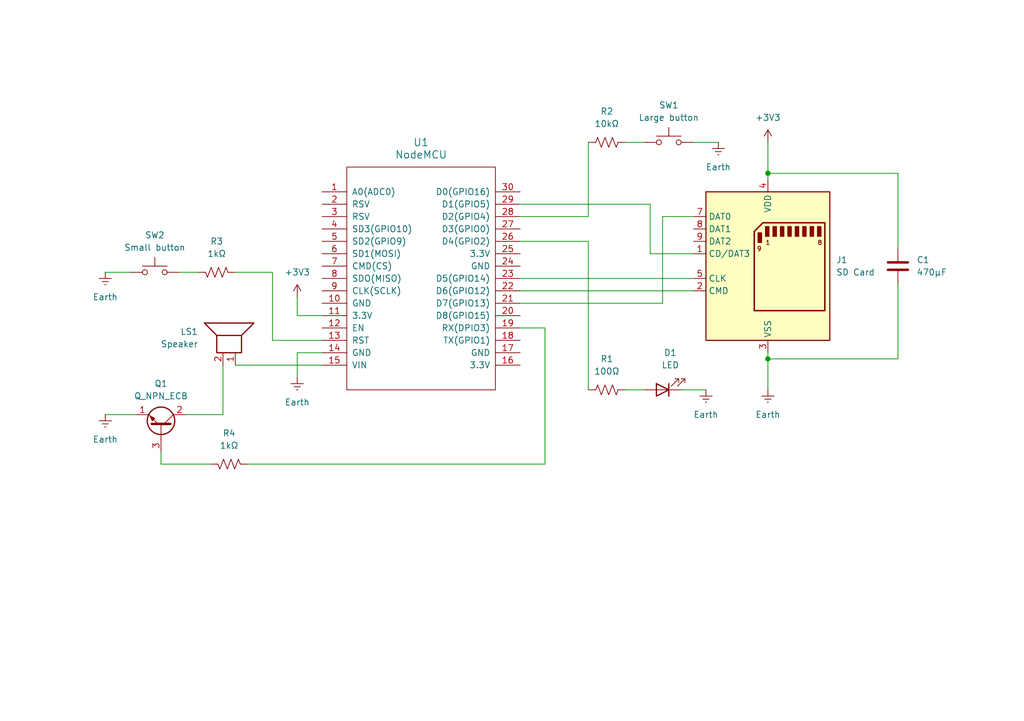
<source format=kicad_sch>
(kicad_sch
	(version 20250114)
	(generator "eeschema")
	(generator_version "9.0")
	(uuid "7e7fa581-eb0a-4d2d-b055-8269c70f661d")
	(paper "A5")
	(title_block
		(title "ATIS")
		(date "2025-02-23")
		(company "Sergey Ichtchenko")
		(comment 1 "Licensed under GPLv3")
	)
	(lib_symbols
		(symbol "Connector:SD_Card_Device"
			(exclude_from_sim no)
			(in_bom yes)
			(on_board yes)
			(property "Reference" "J"
				(at -11.938 17.018 0)
				(effects
					(font
						(size 1.27 1.27)
					)
				)
			)
			(property "Value" "SD_Card_Device"
				(at 9.144 -17.272 0)
				(effects
					(font
						(size 1.27 1.27)
					)
				)
			)
			(property "Footprint" ""
				(at 0 0 0)
				(effects
					(font
						(size 1.27 1.27)
					)
					(hide yes)
				)
			)
			(property "Datasheet" "http://www.convict.lu/pdf/ProdManualSDCardv1.9.pdf"
				(at 0 0 0)
				(effects
					(font
						(size 1.27 1.27)
					)
					(hide yes)
				)
			)
			(property "Description" "SD card device/card"
				(at 0 0 0)
				(effects
					(font
						(size 1.27 1.27)
					)
					(hide yes)
				)
			)
			(property "ki_keywords" "connector SD"
				(at 0 0 0)
				(effects
					(font
						(size 1.27 1.27)
					)
					(hide yes)
				)
			)
			(property "ki_fp_filters" "SD*Device*"
				(at 0 0 0)
				(effects
					(font
						(size 1.27 1.27)
					)
					(hide yes)
				)
			)
			(symbol "SD_Card_Device_0_1"
				(rectangle
					(start -2.032 6.858)
					(end -1.27 4.826)
					(stroke
						(width 0)
						(type default)
					)
					(fill
						(type outline)
					)
				)
				(rectangle
					(start -0.508 8.128)
					(end 0.254 6.096)
					(stroke
						(width 0)
						(type default)
					)
					(fill
						(type outline)
					)
				)
				(rectangle
					(start 1.016 8.128)
					(end 1.778 6.096)
					(stroke
						(width 0)
						(type default)
					)
					(fill
						(type outline)
					)
				)
				(rectangle
					(start 2.54 8.128)
					(end 3.302 6.096)
					(stroke
						(width 0)
						(type default)
					)
					(fill
						(type outline)
					)
				)
				(rectangle
					(start 4.064 8.128)
					(end 4.826 6.096)
					(stroke
						(width 0)
						(type default)
					)
					(fill
						(type outline)
					)
				)
				(rectangle
					(start 5.588 8.128)
					(end 6.35 6.096)
					(stroke
						(width 0)
						(type default)
					)
					(fill
						(type outline)
					)
				)
				(rectangle
					(start 7.112 8.128)
					(end 7.874 6.096)
					(stroke
						(width 0)
						(type default)
					)
					(fill
						(type outline)
					)
				)
				(rectangle
					(start 8.636 8.128)
					(end 9.398 6.096)
					(stroke
						(width 0)
						(type default)
					)
					(fill
						(type outline)
					)
				)
				(rectangle
					(start 10.16 8.128)
					(end 10.922 6.096)
					(stroke
						(width 0)
						(type default)
					)
					(fill
						(type outline)
					)
				)
			)
			(symbol "SD_Card_Device_1_1"
				(rectangle
					(start -12.7 15.24)
					(end 12.7 -15.24)
					(stroke
						(width 0.254)
						(type default)
					)
					(fill
						(type background)
					)
				)
				(polyline
					(pts
						(xy -1.016 8.89) (xy 11.684 8.89) (xy 11.684 -9.144) (xy -2.794 -9.144) (xy -2.794 7.112) (xy -1.016 8.89)
					)
					(stroke
						(width 0.3)
						(type default)
					)
					(fill
						(type none)
					)
				)
				(text "9"
					(at -1.778 3.556 0)
					(effects
						(font
							(size 0.9 0.9)
						)
					)
				)
				(text "1"
					(at 0 4.826 0)
					(effects
						(font
							(size 0.9 0.9)
						)
					)
				)
				(text "8"
					(at 10.668 4.826 0)
					(effects
						(font
							(size 0.9 0.9)
						)
					)
				)
				(pin bidirectional line
					(at -15.24 10.16 0)
					(length 2.54)
					(name "DAT0"
						(effects
							(font
								(size 1.27 1.27)
							)
						)
					)
					(number "7"
						(effects
							(font
								(size 1.27 1.27)
							)
						)
					)
				)
				(pin bidirectional line
					(at -15.24 7.62 0)
					(length 2.54)
					(name "DAT1"
						(effects
							(font
								(size 1.27 1.27)
							)
						)
					)
					(number "8"
						(effects
							(font
								(size 1.27 1.27)
							)
						)
					)
				)
				(pin bidirectional line
					(at -15.24 5.08 0)
					(length 2.54)
					(name "DAT2"
						(effects
							(font
								(size 1.27 1.27)
							)
						)
					)
					(number "9"
						(effects
							(font
								(size 1.27 1.27)
							)
						)
					)
				)
				(pin bidirectional line
					(at -15.24 2.54 0)
					(length 2.54)
					(name "CD/DAT3"
						(effects
							(font
								(size 1.27 1.27)
							)
						)
					)
					(number "1"
						(effects
							(font
								(size 1.27 1.27)
							)
						)
					)
				)
				(pin input line
					(at -15.24 -2.54 0)
					(length 2.54)
					(name "CLK"
						(effects
							(font
								(size 1.27 1.27)
							)
						)
					)
					(number "5"
						(effects
							(font
								(size 1.27 1.27)
							)
						)
					)
				)
				(pin bidirectional line
					(at -15.24 -5.08 0)
					(length 2.54)
					(name "CMD"
						(effects
							(font
								(size 1.27 1.27)
							)
						)
					)
					(number "2"
						(effects
							(font
								(size 1.27 1.27)
							)
						)
					)
				)
				(pin power_in line
					(at 0 17.78 270)
					(length 2.54)
					(name "VDD"
						(effects
							(font
								(size 1.27 1.27)
							)
						)
					)
					(number "4"
						(effects
							(font
								(size 1.27 1.27)
							)
						)
					)
				)
				(pin power_in line
					(at 0 -17.78 90)
					(length 2.54)
					(name "VSS"
						(effects
							(font
								(size 1.27 1.27)
							)
						)
					)
					(number "3"
						(effects
							(font
								(size 1.27 1.27)
							)
						)
					)
				)
				(pin passive line
					(at 0 -17.78 90)
					(length 2.54)
					(hide yes)
					(name "VSS"
						(effects
							(font
								(size 1.27 1.27)
							)
						)
					)
					(number "6"
						(effects
							(font
								(size 1.27 1.27)
							)
						)
					)
				)
			)
			(embedded_fonts no)
		)
		(symbol "Device:C"
			(pin_numbers
				(hide yes)
			)
			(pin_names
				(offset 0.254)
			)
			(exclude_from_sim no)
			(in_bom yes)
			(on_board yes)
			(property "Reference" "C"
				(at 0.635 2.54 0)
				(effects
					(font
						(size 1.27 1.27)
					)
					(justify left)
				)
			)
			(property "Value" "C"
				(at 0.635 -2.54 0)
				(effects
					(font
						(size 1.27 1.27)
					)
					(justify left)
				)
			)
			(property "Footprint" ""
				(at 0.9652 -3.81 0)
				(effects
					(font
						(size 1.27 1.27)
					)
					(hide yes)
				)
			)
			(property "Datasheet" "~"
				(at 0 0 0)
				(effects
					(font
						(size 1.27 1.27)
					)
					(hide yes)
				)
			)
			(property "Description" "Unpolarized capacitor"
				(at 0 0 0)
				(effects
					(font
						(size 1.27 1.27)
					)
					(hide yes)
				)
			)
			(property "ki_keywords" "cap capacitor"
				(at 0 0 0)
				(effects
					(font
						(size 1.27 1.27)
					)
					(hide yes)
				)
			)
			(property "ki_fp_filters" "C_*"
				(at 0 0 0)
				(effects
					(font
						(size 1.27 1.27)
					)
					(hide yes)
				)
			)
			(symbol "C_0_1"
				(polyline
					(pts
						(xy -2.032 0.762) (xy 2.032 0.762)
					)
					(stroke
						(width 0.508)
						(type default)
					)
					(fill
						(type none)
					)
				)
				(polyline
					(pts
						(xy -2.032 -0.762) (xy 2.032 -0.762)
					)
					(stroke
						(width 0.508)
						(type default)
					)
					(fill
						(type none)
					)
				)
			)
			(symbol "C_1_1"
				(pin passive line
					(at 0 3.81 270)
					(length 2.794)
					(name "~"
						(effects
							(font
								(size 1.27 1.27)
							)
						)
					)
					(number "1"
						(effects
							(font
								(size 1.27 1.27)
							)
						)
					)
				)
				(pin passive line
					(at 0 -3.81 90)
					(length 2.794)
					(name "~"
						(effects
							(font
								(size 1.27 1.27)
							)
						)
					)
					(number "2"
						(effects
							(font
								(size 1.27 1.27)
							)
						)
					)
				)
			)
			(embedded_fonts no)
		)
		(symbol "Device:LED"
			(pin_numbers
				(hide yes)
			)
			(pin_names
				(offset 1.016)
				(hide yes)
			)
			(exclude_from_sim no)
			(in_bom yes)
			(on_board yes)
			(property "Reference" "D"
				(at 0 2.54 0)
				(effects
					(font
						(size 1.27 1.27)
					)
				)
			)
			(property "Value" "LED"
				(at 0 -2.54 0)
				(effects
					(font
						(size 1.27 1.27)
					)
				)
			)
			(property "Footprint" ""
				(at 0 0 0)
				(effects
					(font
						(size 1.27 1.27)
					)
					(hide yes)
				)
			)
			(property "Datasheet" "~"
				(at 0 0 0)
				(effects
					(font
						(size 1.27 1.27)
					)
					(hide yes)
				)
			)
			(property "Description" "Light emitting diode"
				(at 0 0 0)
				(effects
					(font
						(size 1.27 1.27)
					)
					(hide yes)
				)
			)
			(property "Sim.Pins" "1=K 2=A"
				(at 0 0 0)
				(effects
					(font
						(size 1.27 1.27)
					)
					(hide yes)
				)
			)
			(property "ki_keywords" "LED diode"
				(at 0 0 0)
				(effects
					(font
						(size 1.27 1.27)
					)
					(hide yes)
				)
			)
			(property "ki_fp_filters" "LED* LED_SMD:* LED_THT:*"
				(at 0 0 0)
				(effects
					(font
						(size 1.27 1.27)
					)
					(hide yes)
				)
			)
			(symbol "LED_0_1"
				(polyline
					(pts
						(xy -3.048 -0.762) (xy -4.572 -2.286) (xy -3.81 -2.286) (xy -4.572 -2.286) (xy -4.572 -1.524)
					)
					(stroke
						(width 0)
						(type default)
					)
					(fill
						(type none)
					)
				)
				(polyline
					(pts
						(xy -1.778 -0.762) (xy -3.302 -2.286) (xy -2.54 -2.286) (xy -3.302 -2.286) (xy -3.302 -1.524)
					)
					(stroke
						(width 0)
						(type default)
					)
					(fill
						(type none)
					)
				)
				(polyline
					(pts
						(xy -1.27 0) (xy 1.27 0)
					)
					(stroke
						(width 0)
						(type default)
					)
					(fill
						(type none)
					)
				)
				(polyline
					(pts
						(xy -1.27 -1.27) (xy -1.27 1.27)
					)
					(stroke
						(width 0.254)
						(type default)
					)
					(fill
						(type none)
					)
				)
				(polyline
					(pts
						(xy 1.27 -1.27) (xy 1.27 1.27) (xy -1.27 0) (xy 1.27 -1.27)
					)
					(stroke
						(width 0.254)
						(type default)
					)
					(fill
						(type none)
					)
				)
			)
			(symbol "LED_1_1"
				(pin passive line
					(at -3.81 0 0)
					(length 2.54)
					(name "K"
						(effects
							(font
								(size 1.27 1.27)
							)
						)
					)
					(number "1"
						(effects
							(font
								(size 1.27 1.27)
							)
						)
					)
				)
				(pin passive line
					(at 3.81 0 180)
					(length 2.54)
					(name "A"
						(effects
							(font
								(size 1.27 1.27)
							)
						)
					)
					(number "2"
						(effects
							(font
								(size 1.27 1.27)
							)
						)
					)
				)
			)
			(embedded_fonts no)
		)
		(symbol "Device:R_US"
			(pin_numbers
				(hide yes)
			)
			(pin_names
				(offset 0)
			)
			(exclude_from_sim no)
			(in_bom yes)
			(on_board yes)
			(property "Reference" "R"
				(at 2.54 0 90)
				(effects
					(font
						(size 1.27 1.27)
					)
				)
			)
			(property "Value" "R_US"
				(at -2.54 0 90)
				(effects
					(font
						(size 1.27 1.27)
					)
				)
			)
			(property "Footprint" ""
				(at 1.016 -0.254 90)
				(effects
					(font
						(size 1.27 1.27)
					)
					(hide yes)
				)
			)
			(property "Datasheet" "~"
				(at 0 0 0)
				(effects
					(font
						(size 1.27 1.27)
					)
					(hide yes)
				)
			)
			(property "Description" "Resistor, US symbol"
				(at 0 0 0)
				(effects
					(font
						(size 1.27 1.27)
					)
					(hide yes)
				)
			)
			(property "ki_keywords" "R res resistor"
				(at 0 0 0)
				(effects
					(font
						(size 1.27 1.27)
					)
					(hide yes)
				)
			)
			(property "ki_fp_filters" "R_*"
				(at 0 0 0)
				(effects
					(font
						(size 1.27 1.27)
					)
					(hide yes)
				)
			)
			(symbol "R_US_0_1"
				(polyline
					(pts
						(xy 0 2.286) (xy 0 2.54)
					)
					(stroke
						(width 0)
						(type default)
					)
					(fill
						(type none)
					)
				)
				(polyline
					(pts
						(xy 0 2.286) (xy 1.016 1.905) (xy 0 1.524) (xy -1.016 1.143) (xy 0 0.762)
					)
					(stroke
						(width 0)
						(type default)
					)
					(fill
						(type none)
					)
				)
				(polyline
					(pts
						(xy 0 0.762) (xy 1.016 0.381) (xy 0 0) (xy -1.016 -0.381) (xy 0 -0.762)
					)
					(stroke
						(width 0)
						(type default)
					)
					(fill
						(type none)
					)
				)
				(polyline
					(pts
						(xy 0 -0.762) (xy 1.016 -1.143) (xy 0 -1.524) (xy -1.016 -1.905) (xy 0 -2.286)
					)
					(stroke
						(width 0)
						(type default)
					)
					(fill
						(type none)
					)
				)
				(polyline
					(pts
						(xy 0 -2.286) (xy 0 -2.54)
					)
					(stroke
						(width 0)
						(type default)
					)
					(fill
						(type none)
					)
				)
			)
			(symbol "R_US_1_1"
				(pin passive line
					(at 0 3.81 270)
					(length 1.27)
					(name "~"
						(effects
							(font
								(size 1.27 1.27)
							)
						)
					)
					(number "1"
						(effects
							(font
								(size 1.27 1.27)
							)
						)
					)
				)
				(pin passive line
					(at 0 -3.81 90)
					(length 1.27)
					(name "~"
						(effects
							(font
								(size 1.27 1.27)
							)
						)
					)
					(number "2"
						(effects
							(font
								(size 1.27 1.27)
							)
						)
					)
				)
			)
			(embedded_fonts no)
		)
		(symbol "Device:Speaker"
			(pin_names
				(offset 0)
				(hide yes)
			)
			(exclude_from_sim no)
			(in_bom yes)
			(on_board yes)
			(property "Reference" "LS"
				(at 1.27 5.715 0)
				(effects
					(font
						(size 1.27 1.27)
					)
					(justify right)
				)
			)
			(property "Value" "Speaker"
				(at 1.27 3.81 0)
				(effects
					(font
						(size 1.27 1.27)
					)
					(justify right)
				)
			)
			(property "Footprint" ""
				(at 0 -5.08 0)
				(effects
					(font
						(size 1.27 1.27)
					)
					(hide yes)
				)
			)
			(property "Datasheet" "~"
				(at -0.254 -1.27 0)
				(effects
					(font
						(size 1.27 1.27)
					)
					(hide yes)
				)
			)
			(property "Description" "Speaker"
				(at 0 0 0)
				(effects
					(font
						(size 1.27 1.27)
					)
					(hide yes)
				)
			)
			(property "ki_keywords" "speaker sound"
				(at 0 0 0)
				(effects
					(font
						(size 1.27 1.27)
					)
					(hide yes)
				)
			)
			(symbol "Speaker_0_0"
				(rectangle
					(start -2.54 1.27)
					(end 1.016 -3.81)
					(stroke
						(width 0.254)
						(type default)
					)
					(fill
						(type none)
					)
				)
				(polyline
					(pts
						(xy 1.016 1.27) (xy 3.556 3.81) (xy 3.556 -6.35) (xy 1.016 -3.81)
					)
					(stroke
						(width 0.254)
						(type default)
					)
					(fill
						(type none)
					)
				)
			)
			(symbol "Speaker_1_1"
				(pin input line
					(at -5.08 0 0)
					(length 2.54)
					(name "1"
						(effects
							(font
								(size 1.27 1.27)
							)
						)
					)
					(number "1"
						(effects
							(font
								(size 1.27 1.27)
							)
						)
					)
				)
				(pin input line
					(at -5.08 -2.54 0)
					(length 2.54)
					(name "2"
						(effects
							(font
								(size 1.27 1.27)
							)
						)
					)
					(number "2"
						(effects
							(font
								(size 1.27 1.27)
							)
						)
					)
				)
			)
			(embedded_fonts no)
		)
		(symbol "ESP8266:NodeMCU1.0(ESP-12E)"
			(pin_names
				(offset 1.016)
			)
			(exclude_from_sim no)
			(in_bom yes)
			(on_board yes)
			(property "Reference" "U"
				(at 0 21.59 0)
				(effects
					(font
						(size 1.524 1.524)
					)
				)
			)
			(property "Value" "NodeMCU1.0(ESP-12E)"
				(at 0 -21.59 0)
				(effects
					(font
						(size 1.524 1.524)
					)
				)
			)
			(property "Footprint" ""
				(at -15.24 -21.59 0)
				(effects
					(font
						(size 1.524 1.524)
					)
				)
			)
			(property "Datasheet" ""
				(at -15.24 -21.59 0)
				(effects
					(font
						(size 1.524 1.524)
					)
				)
			)
			(property "Description" ""
				(at 0 0 0)
				(effects
					(font
						(size 1.27 1.27)
					)
					(hide yes)
				)
			)
			(symbol "NodeMCU1.0(ESP-12E)_0_1"
				(rectangle
					(start -15.24 -22.86)
					(end 15.24 22.86)
					(stroke
						(width 0)
						(type solid)
					)
					(fill
						(type none)
					)
				)
			)
			(symbol "NodeMCU1.0(ESP-12E)_1_1"
				(pin input line
					(at -20.32 17.78 0)
					(length 5.08)
					(name "A0(ADC0)"
						(effects
							(font
								(size 1.27 1.27)
							)
						)
					)
					(number "1"
						(effects
							(font
								(size 1.27 1.27)
							)
						)
					)
				)
				(pin input line
					(at -20.32 15.24 0)
					(length 5.08)
					(name "RSV"
						(effects
							(font
								(size 1.27 1.27)
							)
						)
					)
					(number "2"
						(effects
							(font
								(size 1.27 1.27)
							)
						)
					)
				)
				(pin input line
					(at -20.32 12.7 0)
					(length 5.08)
					(name "RSV"
						(effects
							(font
								(size 1.27 1.27)
							)
						)
					)
					(number "3"
						(effects
							(font
								(size 1.27 1.27)
							)
						)
					)
				)
				(pin input line
					(at -20.32 10.16 0)
					(length 5.08)
					(name "SD3(GPIO10)"
						(effects
							(font
								(size 1.27 1.27)
							)
						)
					)
					(number "4"
						(effects
							(font
								(size 1.27 1.27)
							)
						)
					)
				)
				(pin input line
					(at -20.32 7.62 0)
					(length 5.08)
					(name "SD2(GPIO9)"
						(effects
							(font
								(size 1.27 1.27)
							)
						)
					)
					(number "5"
						(effects
							(font
								(size 1.27 1.27)
							)
						)
					)
				)
				(pin input line
					(at -20.32 5.08 0)
					(length 5.08)
					(name "SD1(MOSI)"
						(effects
							(font
								(size 1.27 1.27)
							)
						)
					)
					(number "6"
						(effects
							(font
								(size 1.27 1.27)
							)
						)
					)
				)
				(pin input line
					(at -20.32 2.54 0)
					(length 5.08)
					(name "CMD(CS)"
						(effects
							(font
								(size 1.27 1.27)
							)
						)
					)
					(number "7"
						(effects
							(font
								(size 1.27 1.27)
							)
						)
					)
				)
				(pin input line
					(at -20.32 0 0)
					(length 5.08)
					(name "SDO(MISO)"
						(effects
							(font
								(size 1.27 1.27)
							)
						)
					)
					(number "8"
						(effects
							(font
								(size 1.27 1.27)
							)
						)
					)
				)
				(pin input line
					(at -20.32 -2.54 0)
					(length 5.08)
					(name "CLK(SCLK)"
						(effects
							(font
								(size 1.27 1.27)
							)
						)
					)
					(number "9"
						(effects
							(font
								(size 1.27 1.27)
							)
						)
					)
				)
				(pin input line
					(at -20.32 -5.08 0)
					(length 5.08)
					(name "GND"
						(effects
							(font
								(size 1.27 1.27)
							)
						)
					)
					(number "10"
						(effects
							(font
								(size 1.27 1.27)
							)
						)
					)
				)
				(pin input line
					(at -20.32 -7.62 0)
					(length 5.08)
					(name "3.3V"
						(effects
							(font
								(size 1.27 1.27)
							)
						)
					)
					(number "11"
						(effects
							(font
								(size 1.27 1.27)
							)
						)
					)
				)
				(pin input line
					(at -20.32 -10.16 0)
					(length 5.08)
					(name "EN"
						(effects
							(font
								(size 1.27 1.27)
							)
						)
					)
					(number "12"
						(effects
							(font
								(size 1.27 1.27)
							)
						)
					)
				)
				(pin input line
					(at -20.32 -12.7 0)
					(length 5.08)
					(name "RST"
						(effects
							(font
								(size 1.27 1.27)
							)
						)
					)
					(number "13"
						(effects
							(font
								(size 1.27 1.27)
							)
						)
					)
				)
				(pin input line
					(at -20.32 -15.24 0)
					(length 5.08)
					(name "GND"
						(effects
							(font
								(size 1.27 1.27)
							)
						)
					)
					(number "14"
						(effects
							(font
								(size 1.27 1.27)
							)
						)
					)
				)
				(pin input line
					(at -20.32 -17.78 0)
					(length 5.08)
					(name "VIN"
						(effects
							(font
								(size 1.27 1.27)
							)
						)
					)
					(number "15"
						(effects
							(font
								(size 1.27 1.27)
							)
						)
					)
				)
				(pin input line
					(at 20.32 17.78 180)
					(length 5.08)
					(name "D0(GPIO16)"
						(effects
							(font
								(size 1.27 1.27)
							)
						)
					)
					(number "30"
						(effects
							(font
								(size 1.27 1.27)
							)
						)
					)
				)
				(pin input line
					(at 20.32 15.24 180)
					(length 5.08)
					(name "D1(GPIO5)"
						(effects
							(font
								(size 1.27 1.27)
							)
						)
					)
					(number "29"
						(effects
							(font
								(size 1.27 1.27)
							)
						)
					)
				)
				(pin input line
					(at 20.32 12.7 180)
					(length 5.08)
					(name "D2(GPIO4)"
						(effects
							(font
								(size 1.27 1.27)
							)
						)
					)
					(number "28"
						(effects
							(font
								(size 1.27 1.27)
							)
						)
					)
				)
				(pin input line
					(at 20.32 10.16 180)
					(length 5.08)
					(name "D3(GPIO0)"
						(effects
							(font
								(size 1.27 1.27)
							)
						)
					)
					(number "27"
						(effects
							(font
								(size 1.27 1.27)
							)
						)
					)
				)
				(pin input line
					(at 20.32 7.62 180)
					(length 5.08)
					(name "D4(GPIO2)"
						(effects
							(font
								(size 1.27 1.27)
							)
						)
					)
					(number "26"
						(effects
							(font
								(size 1.27 1.27)
							)
						)
					)
				)
				(pin input line
					(at 20.32 5.08 180)
					(length 5.08)
					(name "3.3V"
						(effects
							(font
								(size 1.27 1.27)
							)
						)
					)
					(number "25"
						(effects
							(font
								(size 1.27 1.27)
							)
						)
					)
				)
				(pin input line
					(at 20.32 2.54 180)
					(length 5.08)
					(name "GND"
						(effects
							(font
								(size 1.27 1.27)
							)
						)
					)
					(number "24"
						(effects
							(font
								(size 1.27 1.27)
							)
						)
					)
				)
				(pin input line
					(at 20.32 0 180)
					(length 5.08)
					(name "D5(GPIO14)"
						(effects
							(font
								(size 1.27 1.27)
							)
						)
					)
					(number "23"
						(effects
							(font
								(size 1.27 1.27)
							)
						)
					)
				)
				(pin input line
					(at 20.32 -2.54 180)
					(length 5.08)
					(name "D6(GPIO12)"
						(effects
							(font
								(size 1.27 1.27)
							)
						)
					)
					(number "22"
						(effects
							(font
								(size 1.27 1.27)
							)
						)
					)
				)
				(pin input line
					(at 20.32 -5.08 180)
					(length 5.08)
					(name "D7(GPIO13)"
						(effects
							(font
								(size 1.27 1.27)
							)
						)
					)
					(number "21"
						(effects
							(font
								(size 1.27 1.27)
							)
						)
					)
				)
				(pin input line
					(at 20.32 -7.62 180)
					(length 5.08)
					(name "D8(GPIO15)"
						(effects
							(font
								(size 1.27 1.27)
							)
						)
					)
					(number "20"
						(effects
							(font
								(size 1.27 1.27)
							)
						)
					)
				)
				(pin input line
					(at 20.32 -10.16 180)
					(length 5.08)
					(name "RX(DPIO3)"
						(effects
							(font
								(size 1.27 1.27)
							)
						)
					)
					(number "19"
						(effects
							(font
								(size 1.27 1.27)
							)
						)
					)
				)
				(pin input line
					(at 20.32 -12.7 180)
					(length 5.08)
					(name "TX(GPIO1)"
						(effects
							(font
								(size 1.27 1.27)
							)
						)
					)
					(number "18"
						(effects
							(font
								(size 1.27 1.27)
							)
						)
					)
				)
				(pin input line
					(at 20.32 -15.24 180)
					(length 5.08)
					(name "GND"
						(effects
							(font
								(size 1.27 1.27)
							)
						)
					)
					(number "17"
						(effects
							(font
								(size 1.27 1.27)
							)
						)
					)
				)
				(pin input line
					(at 20.32 -17.78 180)
					(length 5.08)
					(name "3.3V"
						(effects
							(font
								(size 1.27 1.27)
							)
						)
					)
					(number "16"
						(effects
							(font
								(size 1.27 1.27)
							)
						)
					)
				)
			)
			(embedded_fonts no)
		)
		(symbol "Switch:SW_Push"
			(pin_numbers
				(hide yes)
			)
			(pin_names
				(offset 1.016)
				(hide yes)
			)
			(exclude_from_sim no)
			(in_bom yes)
			(on_board yes)
			(property "Reference" "SW"
				(at 1.27 2.54 0)
				(effects
					(font
						(size 1.27 1.27)
					)
					(justify left)
				)
			)
			(property "Value" "SW_Push"
				(at 0 -1.524 0)
				(effects
					(font
						(size 1.27 1.27)
					)
				)
			)
			(property "Footprint" ""
				(at 0 5.08 0)
				(effects
					(font
						(size 1.27 1.27)
					)
					(hide yes)
				)
			)
			(property "Datasheet" "~"
				(at 0 5.08 0)
				(effects
					(font
						(size 1.27 1.27)
					)
					(hide yes)
				)
			)
			(property "Description" "Push button switch, generic, two pins"
				(at 0 0 0)
				(effects
					(font
						(size 1.27 1.27)
					)
					(hide yes)
				)
			)
			(property "ki_keywords" "switch normally-open pushbutton push-button"
				(at 0 0 0)
				(effects
					(font
						(size 1.27 1.27)
					)
					(hide yes)
				)
			)
			(symbol "SW_Push_0_1"
				(circle
					(center -2.032 0)
					(radius 0.508)
					(stroke
						(width 0)
						(type default)
					)
					(fill
						(type none)
					)
				)
				(polyline
					(pts
						(xy 0 1.27) (xy 0 3.048)
					)
					(stroke
						(width 0)
						(type default)
					)
					(fill
						(type none)
					)
				)
				(circle
					(center 2.032 0)
					(radius 0.508)
					(stroke
						(width 0)
						(type default)
					)
					(fill
						(type none)
					)
				)
				(polyline
					(pts
						(xy 2.54 1.27) (xy -2.54 1.27)
					)
					(stroke
						(width 0)
						(type default)
					)
					(fill
						(type none)
					)
				)
				(pin passive line
					(at -5.08 0 0)
					(length 2.54)
					(name "1"
						(effects
							(font
								(size 1.27 1.27)
							)
						)
					)
					(number "1"
						(effects
							(font
								(size 1.27 1.27)
							)
						)
					)
				)
				(pin passive line
					(at 5.08 0 180)
					(length 2.54)
					(name "2"
						(effects
							(font
								(size 1.27 1.27)
							)
						)
					)
					(number "2"
						(effects
							(font
								(size 1.27 1.27)
							)
						)
					)
				)
			)
			(embedded_fonts no)
		)
		(symbol "Transistor_BJT:Q_NPN_ECB"
			(pin_names
				(offset 0)
				(hide yes)
			)
			(exclude_from_sim no)
			(in_bom yes)
			(on_board yes)
			(property "Reference" "Q"
				(at 5.08 1.27 0)
				(effects
					(font
						(size 1.27 1.27)
					)
					(justify left)
				)
			)
			(property "Value" "Q_NPN_ECB"
				(at 5.08 -1.27 0)
				(effects
					(font
						(size 1.27 1.27)
					)
					(justify left)
				)
			)
			(property "Footprint" ""
				(at 5.08 2.54 0)
				(effects
					(font
						(size 1.27 1.27)
					)
					(hide yes)
				)
			)
			(property "Datasheet" "~"
				(at 0 0 0)
				(effects
					(font
						(size 1.27 1.27)
					)
					(hide yes)
				)
			)
			(property "Description" "NPN transistor, emitter/collector/base"
				(at 0 0 0)
				(effects
					(font
						(size 1.27 1.27)
					)
					(hide yes)
				)
			)
			(property "ki_keywords" "BJT"
				(at 0 0 0)
				(effects
					(font
						(size 1.27 1.27)
					)
					(hide yes)
				)
			)
			(symbol "Q_NPN_ECB_0_1"
				(polyline
					(pts
						(xy -2.54 0) (xy 0.635 0)
					)
					(stroke
						(width 0)
						(type default)
					)
					(fill
						(type none)
					)
				)
				(polyline
					(pts
						(xy 0.635 1.905) (xy 0.635 -1.905)
					)
					(stroke
						(width 0.508)
						(type default)
					)
					(fill
						(type none)
					)
				)
				(circle
					(center 1.27 0)
					(radius 2.8194)
					(stroke
						(width 0.254)
						(type default)
					)
					(fill
						(type none)
					)
				)
			)
			(symbol "Q_NPN_ECB_1_1"
				(polyline
					(pts
						(xy 0.635 0.635) (xy 2.54 2.54)
					)
					(stroke
						(width 0)
						(type default)
					)
					(fill
						(type none)
					)
				)
				(polyline
					(pts
						(xy 0.635 -0.635) (xy 2.54 -2.54)
					)
					(stroke
						(width 0)
						(type default)
					)
					(fill
						(type none)
					)
				)
				(polyline
					(pts
						(xy 1.27 -1.778) (xy 1.778 -1.27) (xy 2.286 -2.286) (xy 1.27 -1.778)
					)
					(stroke
						(width 0)
						(type default)
					)
					(fill
						(type outline)
					)
				)
				(pin input line
					(at -5.08 0 0)
					(length 2.54)
					(name "B"
						(effects
							(font
								(size 1.27 1.27)
							)
						)
					)
					(number "3"
						(effects
							(font
								(size 1.27 1.27)
							)
						)
					)
				)
				(pin passive line
					(at 2.54 5.08 270)
					(length 2.54)
					(name "C"
						(effects
							(font
								(size 1.27 1.27)
							)
						)
					)
					(number "2"
						(effects
							(font
								(size 1.27 1.27)
							)
						)
					)
				)
				(pin passive line
					(at 2.54 -5.08 90)
					(length 2.54)
					(name "E"
						(effects
							(font
								(size 1.27 1.27)
							)
						)
					)
					(number "1"
						(effects
							(font
								(size 1.27 1.27)
							)
						)
					)
				)
			)
			(embedded_fonts no)
		)
		(symbol "power:+3V3"
			(power)
			(pin_numbers
				(hide yes)
			)
			(pin_names
				(offset 0)
				(hide yes)
			)
			(exclude_from_sim no)
			(in_bom yes)
			(on_board yes)
			(property "Reference" "#PWR"
				(at 0 -3.81 0)
				(effects
					(font
						(size 1.27 1.27)
					)
					(hide yes)
				)
			)
			(property "Value" "+3V3"
				(at 0 3.556 0)
				(effects
					(font
						(size 1.27 1.27)
					)
				)
			)
			(property "Footprint" ""
				(at 0 0 0)
				(effects
					(font
						(size 1.27 1.27)
					)
					(hide yes)
				)
			)
			(property "Datasheet" ""
				(at 0 0 0)
				(effects
					(font
						(size 1.27 1.27)
					)
					(hide yes)
				)
			)
			(property "Description" "Power symbol creates a global label with name \"+3V3\""
				(at 0 0 0)
				(effects
					(font
						(size 1.27 1.27)
					)
					(hide yes)
				)
			)
			(property "ki_keywords" "global power"
				(at 0 0 0)
				(effects
					(font
						(size 1.27 1.27)
					)
					(hide yes)
				)
			)
			(symbol "+3V3_0_1"
				(polyline
					(pts
						(xy -0.762 1.27) (xy 0 2.54)
					)
					(stroke
						(width 0)
						(type default)
					)
					(fill
						(type none)
					)
				)
				(polyline
					(pts
						(xy 0 2.54) (xy 0.762 1.27)
					)
					(stroke
						(width 0)
						(type default)
					)
					(fill
						(type none)
					)
				)
				(polyline
					(pts
						(xy 0 0) (xy 0 2.54)
					)
					(stroke
						(width 0)
						(type default)
					)
					(fill
						(type none)
					)
				)
			)
			(symbol "+3V3_1_1"
				(pin power_in line
					(at 0 0 90)
					(length 0)
					(name "~"
						(effects
							(font
								(size 1.27 1.27)
							)
						)
					)
					(number "1"
						(effects
							(font
								(size 1.27 1.27)
							)
						)
					)
				)
			)
			(embedded_fonts no)
		)
		(symbol "power:Earth"
			(power)
			(pin_numbers
				(hide yes)
			)
			(pin_names
				(offset 0)
				(hide yes)
			)
			(exclude_from_sim no)
			(in_bom yes)
			(on_board yes)
			(property "Reference" "#PWR"
				(at 0 -6.35 0)
				(effects
					(font
						(size 1.27 1.27)
					)
					(hide yes)
				)
			)
			(property "Value" "Earth"
				(at 0 -3.81 0)
				(effects
					(font
						(size 1.27 1.27)
					)
				)
			)
			(property "Footprint" ""
				(at 0 0 0)
				(effects
					(font
						(size 1.27 1.27)
					)
					(hide yes)
				)
			)
			(property "Datasheet" "~"
				(at 0 0 0)
				(effects
					(font
						(size 1.27 1.27)
					)
					(hide yes)
				)
			)
			(property "Description" "Power symbol creates a global label with name \"Earth\""
				(at 0 0 0)
				(effects
					(font
						(size 1.27 1.27)
					)
					(hide yes)
				)
			)
			(property "ki_keywords" "global ground gnd"
				(at 0 0 0)
				(effects
					(font
						(size 1.27 1.27)
					)
					(hide yes)
				)
			)
			(symbol "Earth_0_1"
				(polyline
					(pts
						(xy -0.635 -1.905) (xy 0.635 -1.905)
					)
					(stroke
						(width 0)
						(type default)
					)
					(fill
						(type none)
					)
				)
				(polyline
					(pts
						(xy -0.127 -2.54) (xy 0.127 -2.54)
					)
					(stroke
						(width 0)
						(type default)
					)
					(fill
						(type none)
					)
				)
				(polyline
					(pts
						(xy 0 -1.27) (xy 0 0)
					)
					(stroke
						(width 0)
						(type default)
					)
					(fill
						(type none)
					)
				)
				(polyline
					(pts
						(xy 1.27 -1.27) (xy -1.27 -1.27)
					)
					(stroke
						(width 0)
						(type default)
					)
					(fill
						(type none)
					)
				)
			)
			(symbol "Earth_1_1"
				(pin power_in line
					(at 0 0 270)
					(length 0)
					(name "~"
						(effects
							(font
								(size 1.27 1.27)
							)
						)
					)
					(number "1"
						(effects
							(font
								(size 1.27 1.27)
							)
						)
					)
				)
			)
			(embedded_fonts no)
		)
	)
	(junction
		(at 157.48 35.56)
		(diameter 0)
		(color 0 0 0 0)
		(uuid "7d191eae-8dc6-4bfc-a3f9-febcd77e4382")
	)
	(junction
		(at 157.48 73.66)
		(diameter 0)
		(color 0 0 0 0)
		(uuid "8b0b5146-13ec-4ae1-bcbb-8f9602115191")
	)
	(wire
		(pts
			(xy 133.35 52.07) (xy 142.24 52.07)
		)
		(stroke
			(width 0)
			(type default)
		)
		(uuid "00d9ab27-587b-49dc-b7da-e169d1b7e42e")
	)
	(wire
		(pts
			(xy 184.15 35.56) (xy 157.48 35.56)
		)
		(stroke
			(width 0)
			(type default)
		)
		(uuid "0aff0adc-00dc-4743-b9f5-fc5dd0c9dd51")
	)
	(wire
		(pts
			(xy 40.64 55.88) (xy 36.83 55.88)
		)
		(stroke
			(width 0)
			(type default)
		)
		(uuid "0db6368d-2e43-4ee7-a38c-8206c70128c6")
	)
	(wire
		(pts
			(xy 26.67 55.88) (xy 21.59 55.88)
		)
		(stroke
			(width 0)
			(type default)
		)
		(uuid "21a58a2d-2cff-4147-969f-b17930f26ce5")
	)
	(wire
		(pts
			(xy 120.65 49.53) (xy 120.65 80.01)
		)
		(stroke
			(width 0)
			(type default)
		)
		(uuid "21a7c112-e3d1-4df8-a9f0-01ac97686746")
	)
	(wire
		(pts
			(xy 66.04 74.93) (xy 48.26 74.93)
		)
		(stroke
			(width 0)
			(type default)
		)
		(uuid "22c3583b-5d94-4495-a1ca-9974be37370c")
	)
	(wire
		(pts
			(xy 120.65 44.45) (xy 120.65 29.21)
		)
		(stroke
			(width 0)
			(type default)
		)
		(uuid "265f9f52-36ee-4e47-b6bd-26c24404ed63")
	)
	(wire
		(pts
			(xy 106.68 44.45) (xy 120.65 44.45)
		)
		(stroke
			(width 0)
			(type default)
		)
		(uuid "27d787d2-3e30-4fae-92fd-09cf8e9f51b8")
	)
	(wire
		(pts
			(xy 128.27 80.01) (xy 132.08 80.01)
		)
		(stroke
			(width 0)
			(type default)
		)
		(uuid "2d87bed9-049d-43c2-af19-c3907cb7822b")
	)
	(wire
		(pts
			(xy 184.15 50.8) (xy 184.15 35.56)
		)
		(stroke
			(width 0)
			(type default)
		)
		(uuid "36f55a3a-2042-4c84-bd4c-8137a642b369")
	)
	(wire
		(pts
			(xy 106.68 41.91) (xy 133.35 41.91)
		)
		(stroke
			(width 0)
			(type default)
		)
		(uuid "3b6a0da7-210c-41df-913b-f380f6bd89a4")
	)
	(wire
		(pts
			(xy 50.8 95.25) (xy 111.76 95.25)
		)
		(stroke
			(width 0)
			(type default)
		)
		(uuid "3ddd2261-551d-4ae3-88e0-2c00d27abeab")
	)
	(wire
		(pts
			(xy 27.94 85.09) (xy 21.59 85.09)
		)
		(stroke
			(width 0)
			(type default)
		)
		(uuid "4546cf82-c395-4ddf-9850-3572ab3594f1")
	)
	(wire
		(pts
			(xy 55.88 55.88) (xy 55.88 69.85)
		)
		(stroke
			(width 0)
			(type default)
		)
		(uuid "4576635b-8984-487e-aa2f-2515c5f0a36c")
	)
	(wire
		(pts
			(xy 55.88 55.88) (xy 48.26 55.88)
		)
		(stroke
			(width 0)
			(type default)
		)
		(uuid "507c534b-08a7-453b-8aab-2bb88d8fe1bc")
	)
	(wire
		(pts
			(xy 60.96 64.77) (xy 66.04 64.77)
		)
		(stroke
			(width 0)
			(type default)
		)
		(uuid "5e0810bd-9897-4225-b1a1-d24a3b768b48")
	)
	(wire
		(pts
			(xy 111.76 95.25) (xy 111.76 67.31)
		)
		(stroke
			(width 0)
			(type default)
		)
		(uuid "5e27746b-8909-40b3-930a-628c796c8d52")
	)
	(wire
		(pts
			(xy 135.89 44.45) (xy 135.89 62.23)
		)
		(stroke
			(width 0)
			(type default)
		)
		(uuid "607bee66-93f5-4a7e-b34b-571089d08c88")
	)
	(wire
		(pts
			(xy 106.68 57.15) (xy 142.24 57.15)
		)
		(stroke
			(width 0)
			(type default)
		)
		(uuid "6c151eae-43d4-40f5-8dc3-f16ef19148ec")
	)
	(wire
		(pts
			(xy 157.48 35.56) (xy 157.48 36.83)
		)
		(stroke
			(width 0)
			(type default)
		)
		(uuid "77cce8c3-12d3-4ab3-bb9c-183f0787a44d")
	)
	(wire
		(pts
			(xy 60.96 60.96) (xy 60.96 64.77)
		)
		(stroke
			(width 0)
			(type default)
		)
		(uuid "7b885526-dfb6-4ab0-a477-61e7c6506af4")
	)
	(wire
		(pts
			(xy 142.24 44.45) (xy 135.89 44.45)
		)
		(stroke
			(width 0)
			(type default)
		)
		(uuid "7dcc303d-2b2f-4398-8fc2-199789553ac3")
	)
	(wire
		(pts
			(xy 157.48 29.21) (xy 157.48 35.56)
		)
		(stroke
			(width 0)
			(type default)
		)
		(uuid "87969024-b578-4a6d-8ac7-9b58718e6dac")
	)
	(wire
		(pts
			(xy 106.68 49.53) (xy 120.65 49.53)
		)
		(stroke
			(width 0)
			(type default)
		)
		(uuid "8b009f34-9415-49a5-b6b4-725585f1f9c8")
	)
	(wire
		(pts
			(xy 106.68 59.69) (xy 142.24 59.69)
		)
		(stroke
			(width 0)
			(type default)
		)
		(uuid "92aab46a-a796-438c-a297-b7de68949503")
	)
	(wire
		(pts
			(xy 142.24 29.21) (xy 147.32 29.21)
		)
		(stroke
			(width 0)
			(type default)
		)
		(uuid "97fa9894-56a0-4735-9ee1-61f906a881d5")
	)
	(wire
		(pts
			(xy 157.48 80.01) (xy 157.48 73.66)
		)
		(stroke
			(width 0)
			(type default)
		)
		(uuid "9cdb9594-ee61-4217-8b11-829d731b0004")
	)
	(wire
		(pts
			(xy 33.02 92.71) (xy 33.02 95.25)
		)
		(stroke
			(width 0)
			(type default)
		)
		(uuid "a9158320-eefa-4b0a-9427-947be946fa82")
	)
	(wire
		(pts
			(xy 45.72 85.09) (xy 38.1 85.09)
		)
		(stroke
			(width 0)
			(type default)
		)
		(uuid "b176df49-b44b-4e2b-b02a-aa4d57e83c5d")
	)
	(wire
		(pts
			(xy 60.96 72.39) (xy 60.96 77.47)
		)
		(stroke
			(width 0)
			(type default)
		)
		(uuid "b3890fda-e78c-431d-b4ab-54537c388a1b")
	)
	(wire
		(pts
			(xy 45.72 74.93) (xy 45.72 85.09)
		)
		(stroke
			(width 0)
			(type default)
		)
		(uuid "b94d8ca4-e215-4a6c-8e0a-4f03772609db")
	)
	(wire
		(pts
			(xy 106.68 62.23) (xy 135.89 62.23)
		)
		(stroke
			(width 0)
			(type default)
		)
		(uuid "bda67f31-d9f3-4cb9-a86d-6bdc80c8a16a")
	)
	(wire
		(pts
			(xy 106.68 67.31) (xy 111.76 67.31)
		)
		(stroke
			(width 0)
			(type default)
		)
		(uuid "cf859020-a38c-4bf2-9304-d3ef67dc32ff")
	)
	(wire
		(pts
			(xy 128.27 29.21) (xy 132.08 29.21)
		)
		(stroke
			(width 0)
			(type default)
		)
		(uuid "d7b830e9-671c-4a90-9a62-21932923218b")
	)
	(wire
		(pts
			(xy 55.88 69.85) (xy 66.04 69.85)
		)
		(stroke
			(width 0)
			(type default)
		)
		(uuid "d9bbf39a-d30c-4c1f-9932-e3b27866837b")
	)
	(wire
		(pts
			(xy 157.48 73.66) (xy 157.48 72.39)
		)
		(stroke
			(width 0)
			(type default)
		)
		(uuid "e1339fed-2c92-43fa-add0-a66dc0b24c03")
	)
	(wire
		(pts
			(xy 184.15 58.42) (xy 184.15 73.66)
		)
		(stroke
			(width 0)
			(type default)
		)
		(uuid "e886f47c-5c92-421c-8d0a-4e0f41dc39a4")
	)
	(wire
		(pts
			(xy 133.35 41.91) (xy 133.35 52.07)
		)
		(stroke
			(width 0)
			(type default)
		)
		(uuid "eb505a23-7360-4628-bbbc-8b27c0e6babc")
	)
	(wire
		(pts
			(xy 33.02 95.25) (xy 43.18 95.25)
		)
		(stroke
			(width 0)
			(type default)
		)
		(uuid "ed223b54-168f-4710-8716-55bbddbd7c6a")
	)
	(wire
		(pts
			(xy 184.15 73.66) (xy 157.48 73.66)
		)
		(stroke
			(width 0)
			(type default)
		)
		(uuid "efd94cea-6efe-41e2-b817-3b27250016e4")
	)
	(wire
		(pts
			(xy 60.96 72.39) (xy 66.04 72.39)
		)
		(stroke
			(width 0)
			(type default)
		)
		(uuid "f4954a08-71a8-468c-8de7-a7905d6878ff")
	)
	(wire
		(pts
			(xy 139.7 80.01) (xy 144.78 80.01)
		)
		(stroke
			(width 0)
			(type default)
		)
		(uuid "fecc4088-f989-46ca-a26a-7b2ed1492bd4")
	)
	(symbol
		(lib_id "Connector:SD_Card_Device")
		(at 157.48 54.61 0)
		(unit 1)
		(exclude_from_sim no)
		(in_bom yes)
		(on_board yes)
		(dnp no)
		(uuid "11d5bcd4-8619-4594-984e-52f42f79c9b7")
		(property "Reference" "J1"
			(at 171.45 53.3399 0)
			(effects
				(font
					(size 1.27 1.27)
				)
				(justify left)
			)
		)
		(property "Value" "SD Card"
			(at 171.45 55.8799 0)
			(effects
				(font
					(size 1.27 1.27)
				)
				(justify left)
			)
		)
		(property "Footprint" "Connector_Card:SD_Card_Device_16mm_SlotDepth"
			(at 157.48 54.61 0)
			(effects
				(font
					(size 1.27 1.27)
				)
				(hide yes)
			)
		)
		(property "Datasheet" "http://www.convict.lu/pdf/ProdManualSDCardv1.9.pdf"
			(at 157.48 54.61 0)
			(effects
				(font
					(size 1.27 1.27)
				)
				(hide yes)
			)
		)
		(property "Description" "SD card device/card"
			(at 157.48 54.61 0)
			(effects
				(font
					(size 1.27 1.27)
				)
				(hide yes)
			)
		)
		(pin "7"
			(uuid "307859a5-f07c-4839-a879-c88f1a21d860")
		)
		(pin "5"
			(uuid "05655dad-2429-462c-9e28-977f313adfed")
		)
		(pin "8"
			(uuid "2d156e5e-b3c8-4da8-81b9-7897816d0fff")
		)
		(pin "4"
			(uuid "13e4c88e-79ee-48af-a413-2fdb6b90bf8a")
		)
		(pin "6"
			(uuid "b409a449-8a69-4c2a-853e-b30d0f4392d2")
		)
		(pin "2"
			(uuid "e5b34d5f-44b4-4c63-ab9f-8ef694be89de")
		)
		(pin "3"
			(uuid "8f4eb5d6-4500-46ac-805b-aea2427ca4e2")
		)
		(pin "1"
			(uuid "d0994e6a-8da0-4230-9916-67b1676e5eb9")
		)
		(pin "9"
			(uuid "8ca24100-f7dd-4dae-b3de-b635f291f213")
		)
		(instances
			(project ""
				(path "/7e7fa581-eb0a-4d2d-b055-8269c70f661d"
					(reference "J1")
					(unit 1)
				)
			)
		)
	)
	(symbol
		(lib_id "Device:LED")
		(at 135.89 80.01 180)
		(unit 1)
		(exclude_from_sim no)
		(in_bom yes)
		(on_board yes)
		(dnp no)
		(fields_autoplaced yes)
		(uuid "1c74c0f6-d7b7-4bbb-8eb8-54a37dda73b6")
		(property "Reference" "D1"
			(at 137.4775 72.39 0)
			(effects
				(font
					(size 1.27 1.27)
				)
			)
		)
		(property "Value" "LED"
			(at 137.4775 74.93 0)
			(effects
				(font
					(size 1.27 1.27)
				)
			)
		)
		(property "Footprint" ""
			(at 135.89 80.01 0)
			(effects
				(font
					(size 1.27 1.27)
				)
				(hide yes)
			)
		)
		(property "Datasheet" "~"
			(at 135.89 80.01 0)
			(effects
				(font
					(size 1.27 1.27)
				)
				(hide yes)
			)
		)
		(property "Description" "Light emitting diode"
			(at 135.89 80.01 0)
			(effects
				(font
					(size 1.27 1.27)
				)
				(hide yes)
			)
		)
		(property "Sim.Pins" "1=K 2=A"
			(at 135.89 80.01 0)
			(effects
				(font
					(size 1.27 1.27)
				)
				(hide yes)
			)
		)
		(pin "1"
			(uuid "1438b23d-065c-4da5-8ef5-3b64b86fb8da")
		)
		(pin "2"
			(uuid "000aa363-350a-48f7-9708-5f59035102b7")
		)
		(instances
			(project ""
				(path "/7e7fa581-eb0a-4d2d-b055-8269c70f661d"
					(reference "D1")
					(unit 1)
				)
			)
		)
	)
	(symbol
		(lib_id "Transistor_BJT:Q_NPN_ECB")
		(at 33.02 87.63 270)
		(mirror x)
		(unit 1)
		(exclude_from_sim no)
		(in_bom yes)
		(on_board yes)
		(dnp no)
		(uuid "326ed745-daa6-4eb7-a7dd-d9ef315be04a")
		(property "Reference" "Q1"
			(at 33.02 78.74 90)
			(effects
				(font
					(size 1.27 1.27)
				)
			)
		)
		(property "Value" "Q_NPN_ECB"
			(at 33.02 81.28 90)
			(effects
				(font
					(size 1.27 1.27)
				)
			)
		)
		(property "Footprint" ""
			(at 35.56 82.55 0)
			(effects
				(font
					(size 1.27 1.27)
				)
				(hide yes)
			)
		)
		(property "Datasheet" "~"
			(at 33.02 87.63 0)
			(effects
				(font
					(size 1.27 1.27)
				)
				(hide yes)
			)
		)
		(property "Description" "NPN transistor, emitter/collector/base"
			(at 33.02 87.63 0)
			(effects
				(font
					(size 1.27 1.27)
				)
				(hide yes)
			)
		)
		(pin "1"
			(uuid "3c6b63ab-c209-4268-a311-f0d5078ae571")
		)
		(pin "2"
			(uuid "85be7ada-93e1-42c8-b30f-d5555841fdfb")
		)
		(pin "3"
			(uuid "0f295fa4-3e0f-4e1f-834c-dee14f80348e")
		)
		(instances
			(project ""
				(path "/7e7fa581-eb0a-4d2d-b055-8269c70f661d"
					(reference "Q1")
					(unit 1)
				)
			)
		)
	)
	(symbol
		(lib_id "power:Earth")
		(at 21.59 85.09 0)
		(unit 1)
		(exclude_from_sim no)
		(in_bom yes)
		(on_board yes)
		(dnp no)
		(fields_autoplaced yes)
		(uuid "33557e17-0594-44a5-a599-d723db752757")
		(property "Reference" "#PWR08"
			(at 21.59 91.44 0)
			(effects
				(font
					(size 1.27 1.27)
				)
				(hide yes)
			)
		)
		(property "Value" "Earth"
			(at 21.59 90.17 0)
			(effects
				(font
					(size 1.27 1.27)
				)
			)
		)
		(property "Footprint" ""
			(at 21.59 85.09 0)
			(effects
				(font
					(size 1.27 1.27)
				)
				(hide yes)
			)
		)
		(property "Datasheet" "~"
			(at 21.59 85.09 0)
			(effects
				(font
					(size 1.27 1.27)
				)
				(hide yes)
			)
		)
		(property "Description" "Power symbol creates a global label with name \"Earth\""
			(at 21.59 85.09 0)
			(effects
				(font
					(size 1.27 1.27)
				)
				(hide yes)
			)
		)
		(pin "1"
			(uuid "867021f3-6f88-4e1d-88da-6d00adb7b886")
		)
		(instances
			(project "atis"
				(path "/7e7fa581-eb0a-4d2d-b055-8269c70f661d"
					(reference "#PWR08")
					(unit 1)
				)
			)
		)
	)
	(symbol
		(lib_id "Device:R_US")
		(at 44.45 55.88 270)
		(mirror x)
		(unit 1)
		(exclude_from_sim no)
		(in_bom yes)
		(on_board yes)
		(dnp no)
		(fields_autoplaced yes)
		(uuid "34e47d10-15cc-4d68-b881-b1d6c57dab39")
		(property "Reference" "R3"
			(at 44.45 49.53 90)
			(effects
				(font
					(size 1.27 1.27)
				)
			)
		)
		(property "Value" "1kΩ"
			(at 44.45 52.07 90)
			(effects
				(font
					(size 1.27 1.27)
				)
			)
		)
		(property "Footprint" ""
			(at 44.196 54.864 90)
			(effects
				(font
					(size 1.27 1.27)
				)
				(hide yes)
			)
		)
		(property "Datasheet" "~"
			(at 44.45 55.88 0)
			(effects
				(font
					(size 1.27 1.27)
				)
				(hide yes)
			)
		)
		(property "Description" "Resistor, US symbol"
			(at 44.45 55.88 0)
			(effects
				(font
					(size 1.27 1.27)
				)
				(hide yes)
			)
		)
		(pin "2"
			(uuid "d8fbb779-9469-472f-a054-bf0600ec3c30")
		)
		(pin "1"
			(uuid "e28b82d3-430e-4462-b965-a91f8f7c724a")
		)
		(instances
			(project "atis"
				(path "/7e7fa581-eb0a-4d2d-b055-8269c70f661d"
					(reference "R3")
					(unit 1)
				)
			)
		)
	)
	(symbol
		(lib_id "Device:R_US")
		(at 124.46 80.01 90)
		(unit 1)
		(exclude_from_sim no)
		(in_bom yes)
		(on_board yes)
		(dnp no)
		(fields_autoplaced yes)
		(uuid "49129b6a-3841-461d-a69f-db6be3c29543")
		(property "Reference" "R1"
			(at 124.46 73.66 90)
			(effects
				(font
					(size 1.27 1.27)
				)
			)
		)
		(property "Value" "100Ω"
			(at 124.46 76.2 90)
			(effects
				(font
					(size 1.27 1.27)
				)
			)
		)
		(property "Footprint" ""
			(at 124.714 78.994 90)
			(effects
				(font
					(size 1.27 1.27)
				)
				(hide yes)
			)
		)
		(property "Datasheet" "~"
			(at 124.46 80.01 0)
			(effects
				(font
					(size 1.27 1.27)
				)
				(hide yes)
			)
		)
		(property "Description" "Resistor, US symbol"
			(at 124.46 80.01 0)
			(effects
				(font
					(size 1.27 1.27)
				)
				(hide yes)
			)
		)
		(pin "2"
			(uuid "14c354e7-f361-4553-a406-ae6f42d66407")
		)
		(pin "1"
			(uuid "09526c8e-fb9c-40b3-a442-4e0ae5f3e2a6")
		)
		(instances
			(project ""
				(path "/7e7fa581-eb0a-4d2d-b055-8269c70f661d"
					(reference "R1")
					(unit 1)
				)
			)
		)
	)
	(symbol
		(lib_id "Switch:SW_Push")
		(at 31.75 55.88 0)
		(mirror y)
		(unit 1)
		(exclude_from_sim no)
		(in_bom yes)
		(on_board yes)
		(dnp no)
		(fields_autoplaced yes)
		(uuid "4f63dff9-4f5a-44c2-a3c9-bcaafa911828")
		(property "Reference" "SW2"
			(at 31.75 48.26 0)
			(effects
				(font
					(size 1.27 1.27)
				)
			)
		)
		(property "Value" "Small button"
			(at 31.75 50.8 0)
			(effects
				(font
					(size 1.27 1.27)
				)
			)
		)
		(property "Footprint" ""
			(at 31.75 50.8 0)
			(effects
				(font
					(size 1.27 1.27)
				)
				(hide yes)
			)
		)
		(property "Datasheet" "~"
			(at 31.75 50.8 0)
			(effects
				(font
					(size 1.27 1.27)
				)
				(hide yes)
			)
		)
		(property "Description" "Push button switch, generic, two pins"
			(at 31.75 55.88 0)
			(effects
				(font
					(size 1.27 1.27)
				)
				(hide yes)
			)
		)
		(pin "2"
			(uuid "37dc6437-73f3-45f0-8c59-7a206fc9f789")
		)
		(pin "1"
			(uuid "83c9d5a9-e66c-48c0-9207-e27687980030")
		)
		(instances
			(project "atis"
				(path "/7e7fa581-eb0a-4d2d-b055-8269c70f661d"
					(reference "SW2")
					(unit 1)
				)
			)
		)
	)
	(symbol
		(lib_id "power:+3V3")
		(at 60.96 60.96 0)
		(unit 1)
		(exclude_from_sim no)
		(in_bom yes)
		(on_board yes)
		(dnp no)
		(fields_autoplaced yes)
		(uuid "5955557c-5ac9-483d-81a8-72cdb7285879")
		(property "Reference" "#PWR09"
			(at 60.96 64.77 0)
			(effects
				(font
					(size 1.27 1.27)
				)
				(hide yes)
			)
		)
		(property "Value" "+3V3"
			(at 60.96 55.88 0)
			(effects
				(font
					(size 1.27 1.27)
				)
			)
		)
		(property "Footprint" ""
			(at 60.96 60.96 0)
			(effects
				(font
					(size 1.27 1.27)
				)
				(hide yes)
			)
		)
		(property "Datasheet" ""
			(at 60.96 60.96 0)
			(effects
				(font
					(size 1.27 1.27)
				)
				(hide yes)
			)
		)
		(property "Description" "Power symbol creates a global label with name \"+3V3\""
			(at 60.96 60.96 0)
			(effects
				(font
					(size 1.27 1.27)
				)
				(hide yes)
			)
		)
		(pin "1"
			(uuid "4eee4334-02db-4193-8c91-2c04da1ee012")
		)
		(instances
			(project "atis"
				(path "/7e7fa581-eb0a-4d2d-b055-8269c70f661d"
					(reference "#PWR09")
					(unit 1)
				)
			)
		)
	)
	(symbol
		(lib_id "Device:C")
		(at 184.15 54.61 0)
		(unit 1)
		(exclude_from_sim no)
		(in_bom yes)
		(on_board yes)
		(dnp no)
		(fields_autoplaced yes)
		(uuid "5bed1a25-74d1-4aec-a4fa-6b9dc264e9f1")
		(property "Reference" "C1"
			(at 187.96 53.3399 0)
			(effects
				(font
					(size 1.27 1.27)
				)
				(justify left)
			)
		)
		(property "Value" "470μF"
			(at 187.96 55.8799 0)
			(effects
				(font
					(size 1.27 1.27)
				)
				(justify left)
			)
		)
		(property "Footprint" ""
			(at 185.1152 58.42 0)
			(effects
				(font
					(size 1.27 1.27)
				)
				(hide yes)
			)
		)
		(property "Datasheet" "~"
			(at 184.15 54.61 0)
			(effects
				(font
					(size 1.27 1.27)
				)
				(hide yes)
			)
		)
		(property "Description" "Unpolarized capacitor"
			(at 184.15 54.61 0)
			(effects
				(font
					(size 1.27 1.27)
				)
				(hide yes)
			)
		)
		(pin "2"
			(uuid "0fbe1c42-25ca-49b0-8bff-4da32206f1d4")
		)
		(pin "1"
			(uuid "c10d1c39-0a93-4069-aae0-931738f7f0f2")
		)
		(instances
			(project ""
				(path "/7e7fa581-eb0a-4d2d-b055-8269c70f661d"
					(reference "C1")
					(unit 1)
				)
			)
		)
	)
	(symbol
		(lib_id "Device:R_US")
		(at 124.46 29.21 90)
		(unit 1)
		(exclude_from_sim no)
		(in_bom yes)
		(on_board yes)
		(dnp no)
		(fields_autoplaced yes)
		(uuid "5d7d1c52-c472-41a0-beb9-8605fc087d97")
		(property "Reference" "R2"
			(at 124.46 22.86 90)
			(effects
				(font
					(size 1.27 1.27)
				)
			)
		)
		(property "Value" "10kΩ"
			(at 124.46 25.4 90)
			(effects
				(font
					(size 1.27 1.27)
				)
			)
		)
		(property "Footprint" ""
			(at 124.714 28.194 90)
			(effects
				(font
					(size 1.27 1.27)
				)
				(hide yes)
			)
		)
		(property "Datasheet" "~"
			(at 124.46 29.21 0)
			(effects
				(font
					(size 1.27 1.27)
				)
				(hide yes)
			)
		)
		(property "Description" "Resistor, US symbol"
			(at 124.46 29.21 0)
			(effects
				(font
					(size 1.27 1.27)
				)
				(hide yes)
			)
		)
		(pin "2"
			(uuid "335e4617-c86f-40f2-9d72-fe05efb06480")
		)
		(pin "1"
			(uuid "82112825-02eb-4752-9e12-36fb25009557")
		)
		(instances
			(project ""
				(path "/7e7fa581-eb0a-4d2d-b055-8269c70f661d"
					(reference "R2")
					(unit 1)
				)
			)
		)
	)
	(symbol
		(lib_id "power:Earth")
		(at 60.96 77.47 0)
		(unit 1)
		(exclude_from_sim no)
		(in_bom yes)
		(on_board yes)
		(dnp no)
		(fields_autoplaced yes)
		(uuid "762e28ef-558d-4742-9804-c17f3c04ad05")
		(property "Reference" "#PWR010"
			(at 60.96 83.82 0)
			(effects
				(font
					(size 1.27 1.27)
				)
				(hide yes)
			)
		)
		(property "Value" "Earth"
			(at 60.96 82.55 0)
			(effects
				(font
					(size 1.27 1.27)
				)
			)
		)
		(property "Footprint" ""
			(at 60.96 77.47 0)
			(effects
				(font
					(size 1.27 1.27)
				)
				(hide yes)
			)
		)
		(property "Datasheet" "~"
			(at 60.96 77.47 0)
			(effects
				(font
					(size 1.27 1.27)
				)
				(hide yes)
			)
		)
		(property "Description" "Power symbol creates a global label with name \"Earth\""
			(at 60.96 77.47 0)
			(effects
				(font
					(size 1.27 1.27)
				)
				(hide yes)
			)
		)
		(pin "1"
			(uuid "10ca0a81-2b68-4fbe-9cdf-a060c7fd8b3b")
		)
		(instances
			(project "atis"
				(path "/7e7fa581-eb0a-4d2d-b055-8269c70f661d"
					(reference "#PWR010")
					(unit 1)
				)
			)
		)
	)
	(symbol
		(lib_id "power:Earth")
		(at 21.59 55.88 0)
		(mirror y)
		(unit 1)
		(exclude_from_sim no)
		(in_bom yes)
		(on_board yes)
		(dnp no)
		(fields_autoplaced yes)
		(uuid "89060e2a-fecd-495d-b0d6-e92b21145c4f")
		(property "Reference" "#PWR07"
			(at 21.59 62.23 0)
			(effects
				(font
					(size 1.27 1.27)
				)
				(hide yes)
			)
		)
		(property "Value" "Earth"
			(at 21.59 60.96 0)
			(effects
				(font
					(size 1.27 1.27)
				)
			)
		)
		(property "Footprint" ""
			(at 21.59 55.88 0)
			(effects
				(font
					(size 1.27 1.27)
				)
				(hide yes)
			)
		)
		(property "Datasheet" "~"
			(at 21.59 55.88 0)
			(effects
				(font
					(size 1.27 1.27)
				)
				(hide yes)
			)
		)
		(property "Description" "Power symbol creates a global label with name \"Earth\""
			(at 21.59 55.88 0)
			(effects
				(font
					(size 1.27 1.27)
				)
				(hide yes)
			)
		)
		(pin "1"
			(uuid "545ff1b6-93ff-4a3d-b68c-87e657c7cc99")
		)
		(instances
			(project "atis"
				(path "/7e7fa581-eb0a-4d2d-b055-8269c70f661d"
					(reference "#PWR07")
					(unit 1)
				)
			)
		)
	)
	(symbol
		(lib_id "Device:R_US")
		(at 46.99 95.25 270)
		(mirror x)
		(unit 1)
		(exclude_from_sim no)
		(in_bom yes)
		(on_board yes)
		(dnp no)
		(fields_autoplaced yes)
		(uuid "8d73d6ae-3836-4dc9-9499-99db969dd16f")
		(property "Reference" "R4"
			(at 46.99 88.9 90)
			(effects
				(font
					(size 1.27 1.27)
				)
			)
		)
		(property "Value" "1kΩ"
			(at 46.99 91.44 90)
			(effects
				(font
					(size 1.27 1.27)
				)
			)
		)
		(property "Footprint" ""
			(at 46.736 94.234 90)
			(effects
				(font
					(size 1.27 1.27)
				)
				(hide yes)
			)
		)
		(property "Datasheet" "~"
			(at 46.99 95.25 0)
			(effects
				(font
					(size 1.27 1.27)
				)
				(hide yes)
			)
		)
		(property "Description" "Resistor, US symbol"
			(at 46.99 95.25 0)
			(effects
				(font
					(size 1.27 1.27)
				)
				(hide yes)
			)
		)
		(pin "2"
			(uuid "0558df1c-ef99-4ee5-852c-7d39dab0d84e")
		)
		(pin "1"
			(uuid "4abe2d8f-b6ea-4c49-bc63-be1b997d2ad5")
		)
		(instances
			(project "atis"
				(path "/7e7fa581-eb0a-4d2d-b055-8269c70f661d"
					(reference "R4")
					(unit 1)
				)
			)
		)
	)
	(symbol
		(lib_id "power:+3V3")
		(at 157.48 29.21 0)
		(unit 1)
		(exclude_from_sim no)
		(in_bom yes)
		(on_board yes)
		(dnp no)
		(fields_autoplaced yes)
		(uuid "acc71175-248d-467e-8e1d-d21b6c6641b0")
		(property "Reference" "#PWR04"
			(at 157.48 33.02 0)
			(effects
				(font
					(size 1.27 1.27)
				)
				(hide yes)
			)
		)
		(property "Value" "+3V3"
			(at 157.48 24.13 0)
			(effects
				(font
					(size 1.27 1.27)
				)
			)
		)
		(property "Footprint" ""
			(at 157.48 29.21 0)
			(effects
				(font
					(size 1.27 1.27)
				)
				(hide yes)
			)
		)
		(property "Datasheet" ""
			(at 157.48 29.21 0)
			(effects
				(font
					(size 1.27 1.27)
				)
				(hide yes)
			)
		)
		(property "Description" "Power symbol creates a global label with name \"+3V3\""
			(at 157.48 29.21 0)
			(effects
				(font
					(size 1.27 1.27)
				)
				(hide yes)
			)
		)
		(pin "1"
			(uuid "d8934e6e-92fe-4d56-9793-18fb5e2130bf")
		)
		(instances
			(project "atis"
				(path "/7e7fa581-eb0a-4d2d-b055-8269c70f661d"
					(reference "#PWR04")
					(unit 1)
				)
			)
		)
	)
	(symbol
		(lib_id "power:Earth")
		(at 144.78 80.01 0)
		(unit 1)
		(exclude_from_sim no)
		(in_bom yes)
		(on_board yes)
		(dnp no)
		(fields_autoplaced yes)
		(uuid "cf77d6db-5e80-432b-bb3d-1a983151e981")
		(property "Reference" "#PWR05"
			(at 144.78 86.36 0)
			(effects
				(font
					(size 1.27 1.27)
				)
				(hide yes)
			)
		)
		(property "Value" "Earth"
			(at 144.78 85.09 0)
			(effects
				(font
					(size 1.27 1.27)
				)
			)
		)
		(property "Footprint" ""
			(at 144.78 80.01 0)
			(effects
				(font
					(size 1.27 1.27)
				)
				(hide yes)
			)
		)
		(property "Datasheet" "~"
			(at 144.78 80.01 0)
			(effects
				(font
					(size 1.27 1.27)
				)
				(hide yes)
			)
		)
		(property "Description" "Power symbol creates a global label with name \"Earth\""
			(at 144.78 80.01 0)
			(effects
				(font
					(size 1.27 1.27)
				)
				(hide yes)
			)
		)
		(pin "1"
			(uuid "92057c07-4029-4d7a-93ad-bc89dbb98d6d")
		)
		(instances
			(project "atis"
				(path "/7e7fa581-eb0a-4d2d-b055-8269c70f661d"
					(reference "#PWR05")
					(unit 1)
				)
			)
		)
	)
	(symbol
		(lib_id "Device:Speaker")
		(at 48.26 69.85 270)
		(mirror x)
		(unit 1)
		(exclude_from_sim no)
		(in_bom yes)
		(on_board yes)
		(dnp no)
		(uuid "d3118e01-d2ce-4a61-aee8-cfe1416bc2df")
		(property "Reference" "LS1"
			(at 40.64 68.0719 90)
			(effects
				(font
					(size 1.27 1.27)
				)
				(justify right)
			)
		)
		(property "Value" "Speaker"
			(at 40.64 70.6119 90)
			(effects
				(font
					(size 1.27 1.27)
				)
				(justify right)
			)
		)
		(property "Footprint" ""
			(at 43.18 69.85 0)
			(effects
				(font
					(size 1.27 1.27)
				)
				(hide yes)
			)
		)
		(property "Datasheet" "~"
			(at 46.99 70.104 0)
			(effects
				(font
					(size 1.27 1.27)
				)
				(hide yes)
			)
		)
		(property "Description" "Speaker"
			(at 48.26 69.85 0)
			(effects
				(font
					(size 1.27 1.27)
				)
				(hide yes)
			)
		)
		(pin "2"
			(uuid "b3b22a45-15ec-4ab3-9c35-c74b45b7c2fe")
		)
		(pin "1"
			(uuid "95b0ed15-65b2-4afb-b4af-7881c4098a85")
		)
		(instances
			(project ""
				(path "/7e7fa581-eb0a-4d2d-b055-8269c70f661d"
					(reference "LS1")
					(unit 1)
				)
			)
		)
	)
	(symbol
		(lib_id "power:Earth")
		(at 147.32 29.21 0)
		(unit 1)
		(exclude_from_sim no)
		(in_bom yes)
		(on_board yes)
		(dnp no)
		(fields_autoplaced yes)
		(uuid "dc1bfa6f-8d62-47a9-859f-a73d612b6f26")
		(property "Reference" "#PWR06"
			(at 147.32 35.56 0)
			(effects
				(font
					(size 1.27 1.27)
				)
				(hide yes)
			)
		)
		(property "Value" "Earth"
			(at 147.32 34.29 0)
			(effects
				(font
					(size 1.27 1.27)
				)
			)
		)
		(property "Footprint" ""
			(at 147.32 29.21 0)
			(effects
				(font
					(size 1.27 1.27)
				)
				(hide yes)
			)
		)
		(property "Datasheet" "~"
			(at 147.32 29.21 0)
			(effects
				(font
					(size 1.27 1.27)
				)
				(hide yes)
			)
		)
		(property "Description" "Power symbol creates a global label with name \"Earth\""
			(at 147.32 29.21 0)
			(effects
				(font
					(size 1.27 1.27)
				)
				(hide yes)
			)
		)
		(pin "1"
			(uuid "0d85814b-6916-4053-bda4-c94b1f188afb")
		)
		(instances
			(project "atis"
				(path "/7e7fa581-eb0a-4d2d-b055-8269c70f661d"
					(reference "#PWR06")
					(unit 1)
				)
			)
		)
	)
	(symbol
		(lib_id "power:Earth")
		(at 157.48 80.01 0)
		(unit 1)
		(exclude_from_sim no)
		(in_bom yes)
		(on_board yes)
		(dnp no)
		(fields_autoplaced yes)
		(uuid "eb7e23b0-8000-4b8b-91ec-69e6ee1b92cf")
		(property "Reference" "#PWR03"
			(at 157.48 86.36 0)
			(effects
				(font
					(size 1.27 1.27)
				)
				(hide yes)
			)
		)
		(property "Value" "Earth"
			(at 157.48 85.09 0)
			(effects
				(font
					(size 1.27 1.27)
				)
			)
		)
		(property "Footprint" ""
			(at 157.48 80.01 0)
			(effects
				(font
					(size 1.27 1.27)
				)
				(hide yes)
			)
		)
		(property "Datasheet" "~"
			(at 157.48 80.01 0)
			(effects
				(font
					(size 1.27 1.27)
				)
				(hide yes)
			)
		)
		(property "Description" "Power symbol creates a global label with name \"Earth\""
			(at 157.48 80.01 0)
			(effects
				(font
					(size 1.27 1.27)
				)
				(hide yes)
			)
		)
		(pin "1"
			(uuid "2cd2b772-7aa4-4478-bb8f-9dcfea9b10af")
		)
		(instances
			(project "atis"
				(path "/7e7fa581-eb0a-4d2d-b055-8269c70f661d"
					(reference "#PWR03")
					(unit 1)
				)
			)
		)
	)
	(symbol
		(lib_id "ESP8266:NodeMCU1.0(ESP-12E)")
		(at 86.36 57.15 0)
		(unit 1)
		(exclude_from_sim no)
		(in_bom yes)
		(on_board yes)
		(dnp no)
		(uuid "f0df0f30-7e9b-4554-89c3-2397dd9c8e15")
		(property "Reference" "U1"
			(at 86.36 29.21 0)
			(effects
				(font
					(size 1.524 1.524)
				)
			)
		)
		(property "Value" "NodeMCU"
			(at 86.36 31.75 0)
			(effects
				(font
					(size 1.524 1.524)
				)
			)
		)
		(property "Footprint" "ESP8266:NodeMCU1.0(12-E)"
			(at 86.36 82.55 0)
			(effects
				(font
					(size 1.524 1.524)
				)
				(hide yes)
			)
		)
		(property "Datasheet" ""
			(at 71.12 78.74 0)
			(effects
				(font
					(size 1.524 1.524)
				)
			)
		)
		(property "Description" ""
			(at 86.36 57.15 0)
			(effects
				(font
					(size 1.27 1.27)
				)
				(hide yes)
			)
		)
		(pin "2"
			(uuid "a9720bf8-a9c8-4353-bec0-5ab07f291c00")
		)
		(pin "20"
			(uuid "9bc513b0-1685-4301-b2ed-356546df52d1")
		)
		(pin "18"
			(uuid "4d17a9a7-9fbb-4f0e-aedc-3f7251089d6f")
		)
		(pin "8"
			(uuid "d49ee129-630a-4d43-8ffc-74508c3c91c3")
		)
		(pin "23"
			(uuid "5011a161-d621-46a8-88d9-52fbea128474")
		)
		(pin "14"
			(uuid "f6ecdb0a-28ed-4af7-a080-e5d63fb6baf0")
		)
		(pin "5"
			(uuid "293fa40b-1817-44b3-a961-89bc8e5a6cec")
		)
		(pin "29"
			(uuid "45cca9b5-8c66-43ca-a7d8-5b142efc1e38")
		)
		(pin "24"
			(uuid "0654c16f-3774-460d-b605-8a4e6d403c31")
		)
		(pin "1"
			(uuid "8e911f70-fffa-4c65-a61c-599fb885a022")
		)
		(pin "9"
			(uuid "e57bc25a-7ad4-44d9-a5e3-4b70b6dd485e")
		)
		(pin "3"
			(uuid "15cfc229-2cda-4714-a7d4-9c59f02b33e3")
		)
		(pin "10"
			(uuid "46bc34ab-25bd-4c2f-90fb-f97de6a7e8fe")
		)
		(pin "22"
			(uuid "f4021ac2-e8d3-43dc-8010-6874032c4fb6")
		)
		(pin "17"
			(uuid "b353e219-4001-436f-beea-a088e0c80105")
		)
		(pin "4"
			(uuid "6586b70a-47ba-43d7-9886-e1e45d813bc2")
		)
		(pin "15"
			(uuid "6bd59212-4c50-4235-9c32-4245eeef5d64")
		)
		(pin "6"
			(uuid "d2f7dfa8-cd85-4395-8abd-34df3cd69d51")
		)
		(pin "12"
			(uuid "14fa9284-c994-4b37-a1f2-4587e110b920")
		)
		(pin "13"
			(uuid "612b0f57-7abc-4a11-b034-b0dff72140cb")
		)
		(pin "11"
			(uuid "3710afa4-ed29-485c-85fa-71fcd63748eb")
		)
		(pin "30"
			(uuid "a5df836d-fcf6-4d9c-b929-f9a743063ad0")
		)
		(pin "28"
			(uuid "31238262-95c5-4d04-80e6-6e67d120b4ed")
		)
		(pin "27"
			(uuid "8f98fde7-016b-45a0-8e6f-be18659ee65c")
		)
		(pin "26"
			(uuid "02d3dc9a-424b-429a-9741-26212287bb38")
		)
		(pin "7"
			(uuid "f86bf85c-3b62-4a29-a826-e93bba7318fc")
		)
		(pin "25"
			(uuid "13051969-da46-44e0-aa69-3a7b0a8bb6e4")
		)
		(pin "21"
			(uuid "156470d0-49cc-49a6-b6b5-e6cad11f7354")
		)
		(pin "19"
			(uuid "b84c56d4-fee2-4b39-8a7e-08665bc2ff4c")
		)
		(pin "16"
			(uuid "9717dc52-d1ff-4c0b-a614-c88281431fb5")
		)
		(instances
			(project ""
				(path "/7e7fa581-eb0a-4d2d-b055-8269c70f661d"
					(reference "U1")
					(unit 1)
				)
			)
		)
	)
	(symbol
		(lib_id "Switch:SW_Push")
		(at 137.16 29.21 0)
		(unit 1)
		(exclude_from_sim no)
		(in_bom yes)
		(on_board yes)
		(dnp no)
		(fields_autoplaced yes)
		(uuid "f89f0045-6c42-4701-ad4a-1962cf11d326")
		(property "Reference" "SW1"
			(at 137.16 21.59 0)
			(effects
				(font
					(size 1.27 1.27)
				)
			)
		)
		(property "Value" "Large button"
			(at 137.16 24.13 0)
			(effects
				(font
					(size 1.27 1.27)
				)
			)
		)
		(property "Footprint" ""
			(at 137.16 24.13 0)
			(effects
				(font
					(size 1.27 1.27)
				)
				(hide yes)
			)
		)
		(property "Datasheet" "~"
			(at 137.16 24.13 0)
			(effects
				(font
					(size 1.27 1.27)
				)
				(hide yes)
			)
		)
		(property "Description" "Push button switch, generic, two pins"
			(at 137.16 29.21 0)
			(effects
				(font
					(size 1.27 1.27)
				)
				(hide yes)
			)
		)
		(pin "2"
			(uuid "655d3721-8e14-4190-a45a-5361523ad856")
		)
		(pin "1"
			(uuid "f9c50f6c-d499-4961-a434-dad5668d432d")
		)
		(instances
			(project ""
				(path "/7e7fa581-eb0a-4d2d-b055-8269c70f661d"
					(reference "SW1")
					(unit 1)
				)
			)
		)
	)
	(sheet_instances
		(path "/"
			(page "1")
		)
	)
	(embedded_fonts no)
)

</source>
